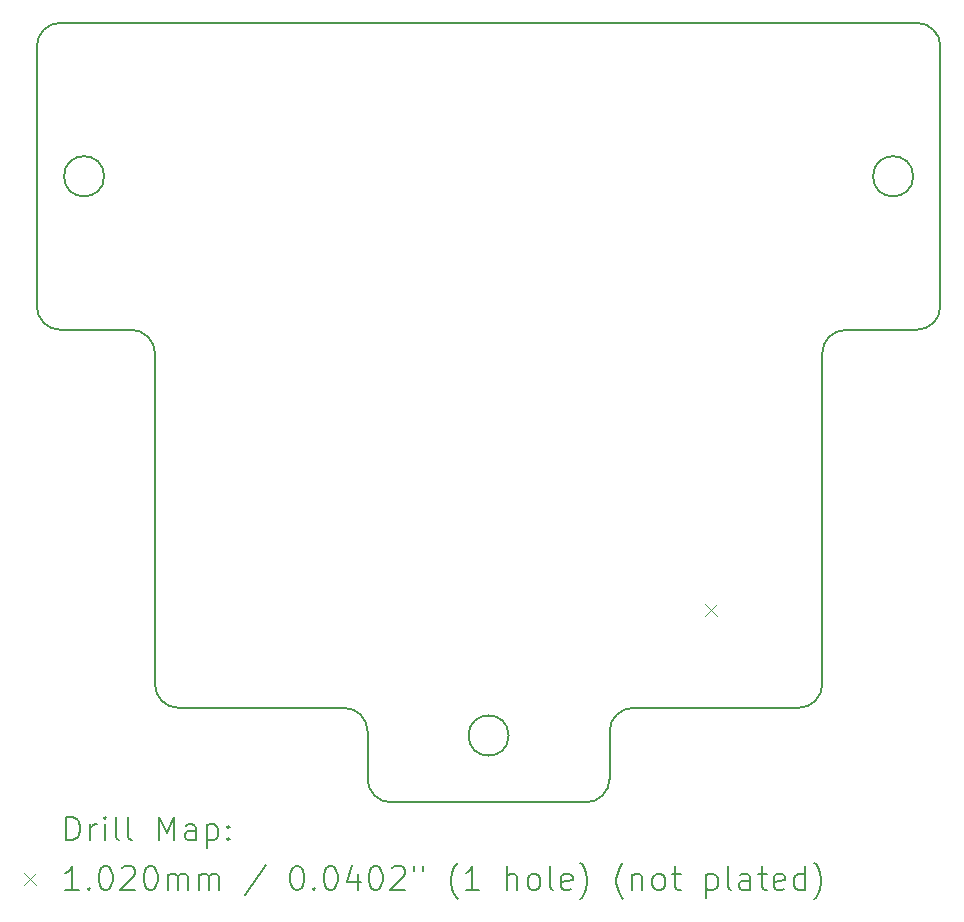
<source format=gbr>
%TF.GenerationSoftware,KiCad,Pcbnew,9.0.0*%
%TF.CreationDate,2026-01-23T14:49:36+07:00*%
%TF.ProjectId,Power_management_V2,506f7765-725f-46d6-916e-6167656d656e,rev?*%
%TF.SameCoordinates,Original*%
%TF.FileFunction,Drillmap*%
%TF.FilePolarity,Positive*%
%FSLAX45Y45*%
G04 Gerber Fmt 4.5, Leading zero omitted, Abs format (unit mm)*
G04 Created by KiCad (PCBNEW 9.0.0) date 2026-01-23 14:49:36*
%MOMM*%
%LPD*%
G01*
G04 APERTURE LIST*
%ADD10C,0.200000*%
%ADD11C,0.150000*%
%ADD12C,0.102000*%
G04 APERTURE END LIST*
D10*
X14855200Y-7969980D02*
X14855200Y-10769980D01*
X10805200Y-10969980D02*
G75*
G02*
X11005200Y-11169980I0J-200000D01*
G01*
X8405200Y-5169980D02*
X15655200Y-5169980D01*
X8405200Y-7769980D02*
G75*
G02*
X8205200Y-7569980I0J200000D01*
G01*
X9205200Y-10769980D02*
X9205200Y-7969980D01*
X14855200Y-10769980D02*
G75*
G02*
X14655200Y-10969980I-200000J0D01*
G01*
X14855200Y-7969980D02*
G75*
G02*
X15055200Y-7769980I200000J0D01*
G01*
D11*
X15625200Y-6469980D02*
G75*
G02*
X15285200Y-6469980I-170000J0D01*
G01*
X15285200Y-6469980D02*
G75*
G02*
X15625200Y-6469980I170000J0D01*
G01*
D10*
X13055200Y-11569980D02*
G75*
G02*
X12855200Y-11769980I-200000J0D01*
G01*
X11205200Y-11769980D02*
X12855200Y-11769980D01*
X11205200Y-11769980D02*
G75*
G02*
X11005200Y-11569980I0J200000D01*
G01*
X14655200Y-10969980D02*
X13255200Y-10969980D01*
X15655200Y-7769980D02*
X15055200Y-7769980D01*
X8205200Y-5369980D02*
X8205200Y-7569980D01*
X10805200Y-10969980D02*
X9405200Y-10969980D01*
X9405200Y-10969980D02*
G75*
G02*
X9205200Y-10769980I0J200000D01*
G01*
D11*
X12200200Y-11204980D02*
G75*
G02*
X11860200Y-11204980I-170000J0D01*
G01*
X11860200Y-11204980D02*
G75*
G02*
X12200200Y-11204980I170000J0D01*
G01*
D10*
X15855200Y-7569980D02*
X15855200Y-5369980D01*
X8205200Y-5369980D02*
G75*
G02*
X8405200Y-5169980I200000J0D01*
G01*
D11*
X8775200Y-6469980D02*
G75*
G02*
X8435200Y-6469980I-170000J0D01*
G01*
X8435200Y-6469980D02*
G75*
G02*
X8775200Y-6469980I170000J0D01*
G01*
D10*
X11005200Y-11569980D02*
X11005200Y-11169980D01*
X15855200Y-7569980D02*
G75*
G02*
X15655200Y-7769980I-200000J0D01*
G01*
X13055200Y-11169980D02*
G75*
G02*
X13255200Y-10969980I200000J0D01*
G01*
X15655200Y-5169980D02*
G75*
G02*
X15855200Y-5369980I0J-200000D01*
G01*
X13055200Y-11169980D02*
X13055200Y-11569980D01*
X9005200Y-7769980D02*
G75*
G02*
X9205200Y-7969980I0J-200000D01*
G01*
X9005200Y-7769980D02*
X8405200Y-7769980D01*
D12*
X13859700Y-10088980D02*
X13961700Y-10190980D01*
X13961700Y-10088980D02*
X13859700Y-10190980D01*
D10*
X8455977Y-12091464D02*
X8455977Y-11891464D01*
X8455977Y-11891464D02*
X8503596Y-11891464D01*
X8503596Y-11891464D02*
X8532167Y-11900988D01*
X8532167Y-11900988D02*
X8551215Y-11920035D01*
X8551215Y-11920035D02*
X8560739Y-11939083D01*
X8560739Y-11939083D02*
X8570263Y-11977178D01*
X8570263Y-11977178D02*
X8570263Y-12005749D01*
X8570263Y-12005749D02*
X8560739Y-12043845D01*
X8560739Y-12043845D02*
X8551215Y-12062892D01*
X8551215Y-12062892D02*
X8532167Y-12081940D01*
X8532167Y-12081940D02*
X8503596Y-12091464D01*
X8503596Y-12091464D02*
X8455977Y-12091464D01*
X8655977Y-12091464D02*
X8655977Y-11958130D01*
X8655977Y-11996226D02*
X8665501Y-11977178D01*
X8665501Y-11977178D02*
X8675024Y-11967654D01*
X8675024Y-11967654D02*
X8694072Y-11958130D01*
X8694072Y-11958130D02*
X8713120Y-11958130D01*
X8779786Y-12091464D02*
X8779786Y-11958130D01*
X8779786Y-11891464D02*
X8770263Y-11900988D01*
X8770263Y-11900988D02*
X8779786Y-11910511D01*
X8779786Y-11910511D02*
X8789310Y-11900988D01*
X8789310Y-11900988D02*
X8779786Y-11891464D01*
X8779786Y-11891464D02*
X8779786Y-11910511D01*
X8903596Y-12091464D02*
X8884548Y-12081940D01*
X8884548Y-12081940D02*
X8875024Y-12062892D01*
X8875024Y-12062892D02*
X8875024Y-11891464D01*
X9008358Y-12091464D02*
X8989310Y-12081940D01*
X8989310Y-12081940D02*
X8979786Y-12062892D01*
X8979786Y-12062892D02*
X8979786Y-11891464D01*
X9236929Y-12091464D02*
X9236929Y-11891464D01*
X9236929Y-11891464D02*
X9303596Y-12034321D01*
X9303596Y-12034321D02*
X9370263Y-11891464D01*
X9370263Y-11891464D02*
X9370263Y-12091464D01*
X9551215Y-12091464D02*
X9551215Y-11986702D01*
X9551215Y-11986702D02*
X9541691Y-11967654D01*
X9541691Y-11967654D02*
X9522644Y-11958130D01*
X9522644Y-11958130D02*
X9484548Y-11958130D01*
X9484548Y-11958130D02*
X9465501Y-11967654D01*
X9551215Y-12081940D02*
X9532167Y-12091464D01*
X9532167Y-12091464D02*
X9484548Y-12091464D01*
X9484548Y-12091464D02*
X9465501Y-12081940D01*
X9465501Y-12081940D02*
X9455977Y-12062892D01*
X9455977Y-12062892D02*
X9455977Y-12043845D01*
X9455977Y-12043845D02*
X9465501Y-12024797D01*
X9465501Y-12024797D02*
X9484548Y-12015273D01*
X9484548Y-12015273D02*
X9532167Y-12015273D01*
X9532167Y-12015273D02*
X9551215Y-12005749D01*
X9646453Y-11958130D02*
X9646453Y-12158130D01*
X9646453Y-11967654D02*
X9665501Y-11958130D01*
X9665501Y-11958130D02*
X9703596Y-11958130D01*
X9703596Y-11958130D02*
X9722644Y-11967654D01*
X9722644Y-11967654D02*
X9732167Y-11977178D01*
X9732167Y-11977178D02*
X9741691Y-11996226D01*
X9741691Y-11996226D02*
X9741691Y-12053368D01*
X9741691Y-12053368D02*
X9732167Y-12072416D01*
X9732167Y-12072416D02*
X9722644Y-12081940D01*
X9722644Y-12081940D02*
X9703596Y-12091464D01*
X9703596Y-12091464D02*
X9665501Y-12091464D01*
X9665501Y-12091464D02*
X9646453Y-12081940D01*
X9827405Y-12072416D02*
X9836929Y-12081940D01*
X9836929Y-12081940D02*
X9827405Y-12091464D01*
X9827405Y-12091464D02*
X9817882Y-12081940D01*
X9817882Y-12081940D02*
X9827405Y-12072416D01*
X9827405Y-12072416D02*
X9827405Y-12091464D01*
X9827405Y-11967654D02*
X9836929Y-11977178D01*
X9836929Y-11977178D02*
X9827405Y-11986702D01*
X9827405Y-11986702D02*
X9817882Y-11977178D01*
X9817882Y-11977178D02*
X9827405Y-11967654D01*
X9827405Y-11967654D02*
X9827405Y-11986702D01*
D12*
X8093200Y-12368980D02*
X8195200Y-12470980D01*
X8195200Y-12368980D02*
X8093200Y-12470980D01*
D10*
X8560739Y-12511464D02*
X8446453Y-12511464D01*
X8503596Y-12511464D02*
X8503596Y-12311464D01*
X8503596Y-12311464D02*
X8484548Y-12340035D01*
X8484548Y-12340035D02*
X8465501Y-12359083D01*
X8465501Y-12359083D02*
X8446453Y-12368607D01*
X8646453Y-12492416D02*
X8655977Y-12501940D01*
X8655977Y-12501940D02*
X8646453Y-12511464D01*
X8646453Y-12511464D02*
X8636929Y-12501940D01*
X8636929Y-12501940D02*
X8646453Y-12492416D01*
X8646453Y-12492416D02*
X8646453Y-12511464D01*
X8779786Y-12311464D02*
X8798834Y-12311464D01*
X8798834Y-12311464D02*
X8817882Y-12320988D01*
X8817882Y-12320988D02*
X8827405Y-12330511D01*
X8827405Y-12330511D02*
X8836929Y-12349559D01*
X8836929Y-12349559D02*
X8846453Y-12387654D01*
X8846453Y-12387654D02*
X8846453Y-12435273D01*
X8846453Y-12435273D02*
X8836929Y-12473368D01*
X8836929Y-12473368D02*
X8827405Y-12492416D01*
X8827405Y-12492416D02*
X8817882Y-12501940D01*
X8817882Y-12501940D02*
X8798834Y-12511464D01*
X8798834Y-12511464D02*
X8779786Y-12511464D01*
X8779786Y-12511464D02*
X8760739Y-12501940D01*
X8760739Y-12501940D02*
X8751215Y-12492416D01*
X8751215Y-12492416D02*
X8741691Y-12473368D01*
X8741691Y-12473368D02*
X8732167Y-12435273D01*
X8732167Y-12435273D02*
X8732167Y-12387654D01*
X8732167Y-12387654D02*
X8741691Y-12349559D01*
X8741691Y-12349559D02*
X8751215Y-12330511D01*
X8751215Y-12330511D02*
X8760739Y-12320988D01*
X8760739Y-12320988D02*
X8779786Y-12311464D01*
X8922644Y-12330511D02*
X8932167Y-12320988D01*
X8932167Y-12320988D02*
X8951215Y-12311464D01*
X8951215Y-12311464D02*
X8998834Y-12311464D01*
X8998834Y-12311464D02*
X9017882Y-12320988D01*
X9017882Y-12320988D02*
X9027405Y-12330511D01*
X9027405Y-12330511D02*
X9036929Y-12349559D01*
X9036929Y-12349559D02*
X9036929Y-12368607D01*
X9036929Y-12368607D02*
X9027405Y-12397178D01*
X9027405Y-12397178D02*
X8913120Y-12511464D01*
X8913120Y-12511464D02*
X9036929Y-12511464D01*
X9160739Y-12311464D02*
X9179786Y-12311464D01*
X9179786Y-12311464D02*
X9198834Y-12320988D01*
X9198834Y-12320988D02*
X9208358Y-12330511D01*
X9208358Y-12330511D02*
X9217882Y-12349559D01*
X9217882Y-12349559D02*
X9227405Y-12387654D01*
X9227405Y-12387654D02*
X9227405Y-12435273D01*
X9227405Y-12435273D02*
X9217882Y-12473368D01*
X9217882Y-12473368D02*
X9208358Y-12492416D01*
X9208358Y-12492416D02*
X9198834Y-12501940D01*
X9198834Y-12501940D02*
X9179786Y-12511464D01*
X9179786Y-12511464D02*
X9160739Y-12511464D01*
X9160739Y-12511464D02*
X9141691Y-12501940D01*
X9141691Y-12501940D02*
X9132167Y-12492416D01*
X9132167Y-12492416D02*
X9122644Y-12473368D01*
X9122644Y-12473368D02*
X9113120Y-12435273D01*
X9113120Y-12435273D02*
X9113120Y-12387654D01*
X9113120Y-12387654D02*
X9122644Y-12349559D01*
X9122644Y-12349559D02*
X9132167Y-12330511D01*
X9132167Y-12330511D02*
X9141691Y-12320988D01*
X9141691Y-12320988D02*
X9160739Y-12311464D01*
X9313120Y-12511464D02*
X9313120Y-12378130D01*
X9313120Y-12397178D02*
X9322644Y-12387654D01*
X9322644Y-12387654D02*
X9341691Y-12378130D01*
X9341691Y-12378130D02*
X9370263Y-12378130D01*
X9370263Y-12378130D02*
X9389310Y-12387654D01*
X9389310Y-12387654D02*
X9398834Y-12406702D01*
X9398834Y-12406702D02*
X9398834Y-12511464D01*
X9398834Y-12406702D02*
X9408358Y-12387654D01*
X9408358Y-12387654D02*
X9427405Y-12378130D01*
X9427405Y-12378130D02*
X9455977Y-12378130D01*
X9455977Y-12378130D02*
X9475025Y-12387654D01*
X9475025Y-12387654D02*
X9484548Y-12406702D01*
X9484548Y-12406702D02*
X9484548Y-12511464D01*
X9579786Y-12511464D02*
X9579786Y-12378130D01*
X9579786Y-12397178D02*
X9589310Y-12387654D01*
X9589310Y-12387654D02*
X9608358Y-12378130D01*
X9608358Y-12378130D02*
X9636929Y-12378130D01*
X9636929Y-12378130D02*
X9655977Y-12387654D01*
X9655977Y-12387654D02*
X9665501Y-12406702D01*
X9665501Y-12406702D02*
X9665501Y-12511464D01*
X9665501Y-12406702D02*
X9675025Y-12387654D01*
X9675025Y-12387654D02*
X9694072Y-12378130D01*
X9694072Y-12378130D02*
X9722644Y-12378130D01*
X9722644Y-12378130D02*
X9741691Y-12387654D01*
X9741691Y-12387654D02*
X9751215Y-12406702D01*
X9751215Y-12406702D02*
X9751215Y-12511464D01*
X10141691Y-12301940D02*
X9970263Y-12559083D01*
X10398834Y-12311464D02*
X10417882Y-12311464D01*
X10417882Y-12311464D02*
X10436929Y-12320988D01*
X10436929Y-12320988D02*
X10446453Y-12330511D01*
X10446453Y-12330511D02*
X10455977Y-12349559D01*
X10455977Y-12349559D02*
X10465501Y-12387654D01*
X10465501Y-12387654D02*
X10465501Y-12435273D01*
X10465501Y-12435273D02*
X10455977Y-12473368D01*
X10455977Y-12473368D02*
X10446453Y-12492416D01*
X10446453Y-12492416D02*
X10436929Y-12501940D01*
X10436929Y-12501940D02*
X10417882Y-12511464D01*
X10417882Y-12511464D02*
X10398834Y-12511464D01*
X10398834Y-12511464D02*
X10379787Y-12501940D01*
X10379787Y-12501940D02*
X10370263Y-12492416D01*
X10370263Y-12492416D02*
X10360739Y-12473368D01*
X10360739Y-12473368D02*
X10351215Y-12435273D01*
X10351215Y-12435273D02*
X10351215Y-12387654D01*
X10351215Y-12387654D02*
X10360739Y-12349559D01*
X10360739Y-12349559D02*
X10370263Y-12330511D01*
X10370263Y-12330511D02*
X10379787Y-12320988D01*
X10379787Y-12320988D02*
X10398834Y-12311464D01*
X10551215Y-12492416D02*
X10560739Y-12501940D01*
X10560739Y-12501940D02*
X10551215Y-12511464D01*
X10551215Y-12511464D02*
X10541691Y-12501940D01*
X10541691Y-12501940D02*
X10551215Y-12492416D01*
X10551215Y-12492416D02*
X10551215Y-12511464D01*
X10684548Y-12311464D02*
X10703596Y-12311464D01*
X10703596Y-12311464D02*
X10722644Y-12320988D01*
X10722644Y-12320988D02*
X10732168Y-12330511D01*
X10732168Y-12330511D02*
X10741691Y-12349559D01*
X10741691Y-12349559D02*
X10751215Y-12387654D01*
X10751215Y-12387654D02*
X10751215Y-12435273D01*
X10751215Y-12435273D02*
X10741691Y-12473368D01*
X10741691Y-12473368D02*
X10732168Y-12492416D01*
X10732168Y-12492416D02*
X10722644Y-12501940D01*
X10722644Y-12501940D02*
X10703596Y-12511464D01*
X10703596Y-12511464D02*
X10684548Y-12511464D01*
X10684548Y-12511464D02*
X10665501Y-12501940D01*
X10665501Y-12501940D02*
X10655977Y-12492416D01*
X10655977Y-12492416D02*
X10646453Y-12473368D01*
X10646453Y-12473368D02*
X10636929Y-12435273D01*
X10636929Y-12435273D02*
X10636929Y-12387654D01*
X10636929Y-12387654D02*
X10646453Y-12349559D01*
X10646453Y-12349559D02*
X10655977Y-12330511D01*
X10655977Y-12330511D02*
X10665501Y-12320988D01*
X10665501Y-12320988D02*
X10684548Y-12311464D01*
X10922644Y-12378130D02*
X10922644Y-12511464D01*
X10875025Y-12301940D02*
X10827406Y-12444797D01*
X10827406Y-12444797D02*
X10951215Y-12444797D01*
X11065501Y-12311464D02*
X11084549Y-12311464D01*
X11084549Y-12311464D02*
X11103596Y-12320988D01*
X11103596Y-12320988D02*
X11113120Y-12330511D01*
X11113120Y-12330511D02*
X11122644Y-12349559D01*
X11122644Y-12349559D02*
X11132168Y-12387654D01*
X11132168Y-12387654D02*
X11132168Y-12435273D01*
X11132168Y-12435273D02*
X11122644Y-12473368D01*
X11122644Y-12473368D02*
X11113120Y-12492416D01*
X11113120Y-12492416D02*
X11103596Y-12501940D01*
X11103596Y-12501940D02*
X11084549Y-12511464D01*
X11084549Y-12511464D02*
X11065501Y-12511464D01*
X11065501Y-12511464D02*
X11046453Y-12501940D01*
X11046453Y-12501940D02*
X11036929Y-12492416D01*
X11036929Y-12492416D02*
X11027406Y-12473368D01*
X11027406Y-12473368D02*
X11017882Y-12435273D01*
X11017882Y-12435273D02*
X11017882Y-12387654D01*
X11017882Y-12387654D02*
X11027406Y-12349559D01*
X11027406Y-12349559D02*
X11036929Y-12330511D01*
X11036929Y-12330511D02*
X11046453Y-12320988D01*
X11046453Y-12320988D02*
X11065501Y-12311464D01*
X11208358Y-12330511D02*
X11217882Y-12320988D01*
X11217882Y-12320988D02*
X11236929Y-12311464D01*
X11236929Y-12311464D02*
X11284548Y-12311464D01*
X11284548Y-12311464D02*
X11303596Y-12320988D01*
X11303596Y-12320988D02*
X11313120Y-12330511D01*
X11313120Y-12330511D02*
X11322644Y-12349559D01*
X11322644Y-12349559D02*
X11322644Y-12368607D01*
X11322644Y-12368607D02*
X11313120Y-12397178D01*
X11313120Y-12397178D02*
X11198834Y-12511464D01*
X11198834Y-12511464D02*
X11322644Y-12511464D01*
X11398834Y-12311464D02*
X11398834Y-12349559D01*
X11475025Y-12311464D02*
X11475025Y-12349559D01*
X11770263Y-12587654D02*
X11760739Y-12578130D01*
X11760739Y-12578130D02*
X11741691Y-12549559D01*
X11741691Y-12549559D02*
X11732168Y-12530511D01*
X11732168Y-12530511D02*
X11722644Y-12501940D01*
X11722644Y-12501940D02*
X11713120Y-12454321D01*
X11713120Y-12454321D02*
X11713120Y-12416226D01*
X11713120Y-12416226D02*
X11722644Y-12368607D01*
X11722644Y-12368607D02*
X11732168Y-12340035D01*
X11732168Y-12340035D02*
X11741691Y-12320988D01*
X11741691Y-12320988D02*
X11760739Y-12292416D01*
X11760739Y-12292416D02*
X11770263Y-12282892D01*
X11951215Y-12511464D02*
X11836929Y-12511464D01*
X11894072Y-12511464D02*
X11894072Y-12311464D01*
X11894072Y-12311464D02*
X11875025Y-12340035D01*
X11875025Y-12340035D02*
X11855977Y-12359083D01*
X11855977Y-12359083D02*
X11836929Y-12368607D01*
X12189310Y-12511464D02*
X12189310Y-12311464D01*
X12275025Y-12511464D02*
X12275025Y-12406702D01*
X12275025Y-12406702D02*
X12265501Y-12387654D01*
X12265501Y-12387654D02*
X12246453Y-12378130D01*
X12246453Y-12378130D02*
X12217882Y-12378130D01*
X12217882Y-12378130D02*
X12198834Y-12387654D01*
X12198834Y-12387654D02*
X12189310Y-12397178D01*
X12398834Y-12511464D02*
X12379787Y-12501940D01*
X12379787Y-12501940D02*
X12370263Y-12492416D01*
X12370263Y-12492416D02*
X12360739Y-12473368D01*
X12360739Y-12473368D02*
X12360739Y-12416226D01*
X12360739Y-12416226D02*
X12370263Y-12397178D01*
X12370263Y-12397178D02*
X12379787Y-12387654D01*
X12379787Y-12387654D02*
X12398834Y-12378130D01*
X12398834Y-12378130D02*
X12427406Y-12378130D01*
X12427406Y-12378130D02*
X12446453Y-12387654D01*
X12446453Y-12387654D02*
X12455977Y-12397178D01*
X12455977Y-12397178D02*
X12465501Y-12416226D01*
X12465501Y-12416226D02*
X12465501Y-12473368D01*
X12465501Y-12473368D02*
X12455977Y-12492416D01*
X12455977Y-12492416D02*
X12446453Y-12501940D01*
X12446453Y-12501940D02*
X12427406Y-12511464D01*
X12427406Y-12511464D02*
X12398834Y-12511464D01*
X12579787Y-12511464D02*
X12560739Y-12501940D01*
X12560739Y-12501940D02*
X12551215Y-12482892D01*
X12551215Y-12482892D02*
X12551215Y-12311464D01*
X12732168Y-12501940D02*
X12713120Y-12511464D01*
X12713120Y-12511464D02*
X12675025Y-12511464D01*
X12675025Y-12511464D02*
X12655977Y-12501940D01*
X12655977Y-12501940D02*
X12646453Y-12482892D01*
X12646453Y-12482892D02*
X12646453Y-12406702D01*
X12646453Y-12406702D02*
X12655977Y-12387654D01*
X12655977Y-12387654D02*
X12675025Y-12378130D01*
X12675025Y-12378130D02*
X12713120Y-12378130D01*
X12713120Y-12378130D02*
X12732168Y-12387654D01*
X12732168Y-12387654D02*
X12741691Y-12406702D01*
X12741691Y-12406702D02*
X12741691Y-12425749D01*
X12741691Y-12425749D02*
X12646453Y-12444797D01*
X12808358Y-12587654D02*
X12817882Y-12578130D01*
X12817882Y-12578130D02*
X12836930Y-12549559D01*
X12836930Y-12549559D02*
X12846453Y-12530511D01*
X12846453Y-12530511D02*
X12855977Y-12501940D01*
X12855977Y-12501940D02*
X12865501Y-12454321D01*
X12865501Y-12454321D02*
X12865501Y-12416226D01*
X12865501Y-12416226D02*
X12855977Y-12368607D01*
X12855977Y-12368607D02*
X12846453Y-12340035D01*
X12846453Y-12340035D02*
X12836930Y-12320988D01*
X12836930Y-12320988D02*
X12817882Y-12292416D01*
X12817882Y-12292416D02*
X12808358Y-12282892D01*
X13170263Y-12587654D02*
X13160739Y-12578130D01*
X13160739Y-12578130D02*
X13141691Y-12549559D01*
X13141691Y-12549559D02*
X13132168Y-12530511D01*
X13132168Y-12530511D02*
X13122644Y-12501940D01*
X13122644Y-12501940D02*
X13113120Y-12454321D01*
X13113120Y-12454321D02*
X13113120Y-12416226D01*
X13113120Y-12416226D02*
X13122644Y-12368607D01*
X13122644Y-12368607D02*
X13132168Y-12340035D01*
X13132168Y-12340035D02*
X13141691Y-12320988D01*
X13141691Y-12320988D02*
X13160739Y-12292416D01*
X13160739Y-12292416D02*
X13170263Y-12282892D01*
X13246453Y-12378130D02*
X13246453Y-12511464D01*
X13246453Y-12397178D02*
X13255977Y-12387654D01*
X13255977Y-12387654D02*
X13275025Y-12378130D01*
X13275025Y-12378130D02*
X13303596Y-12378130D01*
X13303596Y-12378130D02*
X13322644Y-12387654D01*
X13322644Y-12387654D02*
X13332168Y-12406702D01*
X13332168Y-12406702D02*
X13332168Y-12511464D01*
X13455977Y-12511464D02*
X13436930Y-12501940D01*
X13436930Y-12501940D02*
X13427406Y-12492416D01*
X13427406Y-12492416D02*
X13417882Y-12473368D01*
X13417882Y-12473368D02*
X13417882Y-12416226D01*
X13417882Y-12416226D02*
X13427406Y-12397178D01*
X13427406Y-12397178D02*
X13436930Y-12387654D01*
X13436930Y-12387654D02*
X13455977Y-12378130D01*
X13455977Y-12378130D02*
X13484549Y-12378130D01*
X13484549Y-12378130D02*
X13503596Y-12387654D01*
X13503596Y-12387654D02*
X13513120Y-12397178D01*
X13513120Y-12397178D02*
X13522644Y-12416226D01*
X13522644Y-12416226D02*
X13522644Y-12473368D01*
X13522644Y-12473368D02*
X13513120Y-12492416D01*
X13513120Y-12492416D02*
X13503596Y-12501940D01*
X13503596Y-12501940D02*
X13484549Y-12511464D01*
X13484549Y-12511464D02*
X13455977Y-12511464D01*
X13579787Y-12378130D02*
X13655977Y-12378130D01*
X13608358Y-12311464D02*
X13608358Y-12482892D01*
X13608358Y-12482892D02*
X13617882Y-12501940D01*
X13617882Y-12501940D02*
X13636930Y-12511464D01*
X13636930Y-12511464D02*
X13655977Y-12511464D01*
X13875025Y-12378130D02*
X13875025Y-12578130D01*
X13875025Y-12387654D02*
X13894072Y-12378130D01*
X13894072Y-12378130D02*
X13932168Y-12378130D01*
X13932168Y-12378130D02*
X13951215Y-12387654D01*
X13951215Y-12387654D02*
X13960739Y-12397178D01*
X13960739Y-12397178D02*
X13970263Y-12416226D01*
X13970263Y-12416226D02*
X13970263Y-12473368D01*
X13970263Y-12473368D02*
X13960739Y-12492416D01*
X13960739Y-12492416D02*
X13951215Y-12501940D01*
X13951215Y-12501940D02*
X13932168Y-12511464D01*
X13932168Y-12511464D02*
X13894072Y-12511464D01*
X13894072Y-12511464D02*
X13875025Y-12501940D01*
X14084549Y-12511464D02*
X14065501Y-12501940D01*
X14065501Y-12501940D02*
X14055977Y-12482892D01*
X14055977Y-12482892D02*
X14055977Y-12311464D01*
X14246453Y-12511464D02*
X14246453Y-12406702D01*
X14246453Y-12406702D02*
X14236930Y-12387654D01*
X14236930Y-12387654D02*
X14217882Y-12378130D01*
X14217882Y-12378130D02*
X14179787Y-12378130D01*
X14179787Y-12378130D02*
X14160739Y-12387654D01*
X14246453Y-12501940D02*
X14227406Y-12511464D01*
X14227406Y-12511464D02*
X14179787Y-12511464D01*
X14179787Y-12511464D02*
X14160739Y-12501940D01*
X14160739Y-12501940D02*
X14151215Y-12482892D01*
X14151215Y-12482892D02*
X14151215Y-12463845D01*
X14151215Y-12463845D02*
X14160739Y-12444797D01*
X14160739Y-12444797D02*
X14179787Y-12435273D01*
X14179787Y-12435273D02*
X14227406Y-12435273D01*
X14227406Y-12435273D02*
X14246453Y-12425749D01*
X14313120Y-12378130D02*
X14389311Y-12378130D01*
X14341692Y-12311464D02*
X14341692Y-12482892D01*
X14341692Y-12482892D02*
X14351215Y-12501940D01*
X14351215Y-12501940D02*
X14370263Y-12511464D01*
X14370263Y-12511464D02*
X14389311Y-12511464D01*
X14532168Y-12501940D02*
X14513120Y-12511464D01*
X14513120Y-12511464D02*
X14475025Y-12511464D01*
X14475025Y-12511464D02*
X14455977Y-12501940D01*
X14455977Y-12501940D02*
X14446453Y-12482892D01*
X14446453Y-12482892D02*
X14446453Y-12406702D01*
X14446453Y-12406702D02*
X14455977Y-12387654D01*
X14455977Y-12387654D02*
X14475025Y-12378130D01*
X14475025Y-12378130D02*
X14513120Y-12378130D01*
X14513120Y-12378130D02*
X14532168Y-12387654D01*
X14532168Y-12387654D02*
X14541692Y-12406702D01*
X14541692Y-12406702D02*
X14541692Y-12425749D01*
X14541692Y-12425749D02*
X14446453Y-12444797D01*
X14713120Y-12511464D02*
X14713120Y-12311464D01*
X14713120Y-12501940D02*
X14694073Y-12511464D01*
X14694073Y-12511464D02*
X14655977Y-12511464D01*
X14655977Y-12511464D02*
X14636930Y-12501940D01*
X14636930Y-12501940D02*
X14627406Y-12492416D01*
X14627406Y-12492416D02*
X14617882Y-12473368D01*
X14617882Y-12473368D02*
X14617882Y-12416226D01*
X14617882Y-12416226D02*
X14627406Y-12397178D01*
X14627406Y-12397178D02*
X14636930Y-12387654D01*
X14636930Y-12387654D02*
X14655977Y-12378130D01*
X14655977Y-12378130D02*
X14694073Y-12378130D01*
X14694073Y-12378130D02*
X14713120Y-12387654D01*
X14789311Y-12587654D02*
X14798834Y-12578130D01*
X14798834Y-12578130D02*
X14817882Y-12549559D01*
X14817882Y-12549559D02*
X14827406Y-12530511D01*
X14827406Y-12530511D02*
X14836930Y-12501940D01*
X14836930Y-12501940D02*
X14846453Y-12454321D01*
X14846453Y-12454321D02*
X14846453Y-12416226D01*
X14846453Y-12416226D02*
X14836930Y-12368607D01*
X14836930Y-12368607D02*
X14827406Y-12340035D01*
X14827406Y-12340035D02*
X14817882Y-12320988D01*
X14817882Y-12320988D02*
X14798834Y-12292416D01*
X14798834Y-12292416D02*
X14789311Y-12282892D01*
M02*

</source>
